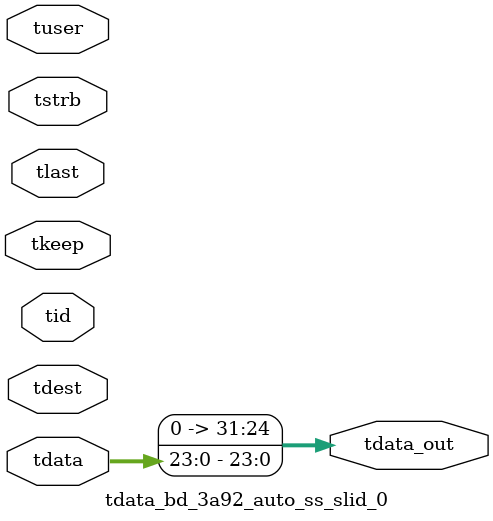
<source format=v>


`timescale 1ps/1ps

module tdata_bd_3a92_auto_ss_slid_0 #
(
parameter C_S_AXIS_TDATA_WIDTH = 32,
parameter C_S_AXIS_TUSER_WIDTH = 0,
parameter C_S_AXIS_TID_WIDTH   = 0,
parameter C_S_AXIS_TDEST_WIDTH = 0,
parameter C_M_AXIS_TDATA_WIDTH = 32
)
(
input  [(C_S_AXIS_TDATA_WIDTH == 0 ? 1 : C_S_AXIS_TDATA_WIDTH)-1:0     ] tdata,
input  [(C_S_AXIS_TUSER_WIDTH == 0 ? 1 : C_S_AXIS_TUSER_WIDTH)-1:0     ] tuser,
input  [(C_S_AXIS_TID_WIDTH   == 0 ? 1 : C_S_AXIS_TID_WIDTH)-1:0       ] tid,
input  [(C_S_AXIS_TDEST_WIDTH == 0 ? 1 : C_S_AXIS_TDEST_WIDTH)-1:0     ] tdest,
input  [(C_S_AXIS_TDATA_WIDTH/8)-1:0 ] tkeep,
input  [(C_S_AXIS_TDATA_WIDTH/8)-1:0 ] tstrb,
input                                                                    tlast,
output [C_M_AXIS_TDATA_WIDTH-1:0] tdata_out
);

assign tdata_out = {tdata[23:0]};

endmodule


</source>
